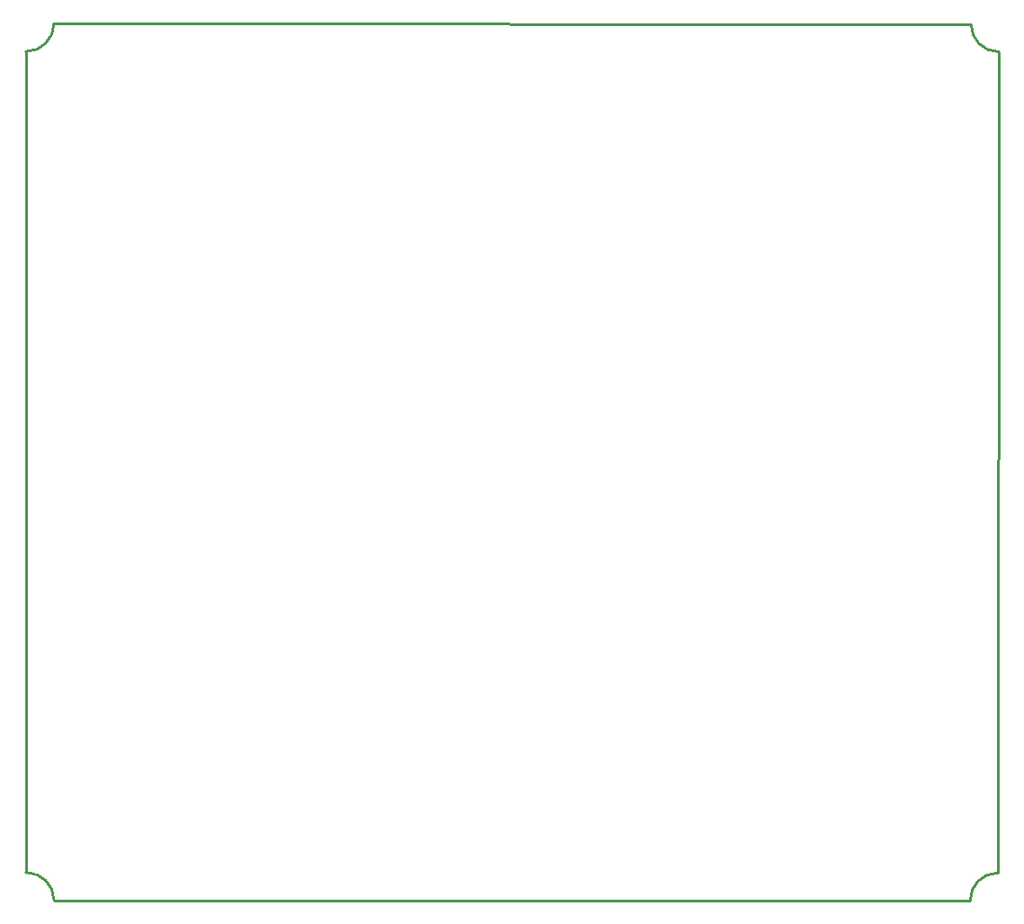
<source format=gko>
%FSLAX25Y25*%
%MOIN*%
G70*
G01*
G75*
G04 Layer_Color=16711935*
%ADD10C,0.01200*%
%ADD11C,0.02500*%
%ADD12C,0.05800*%
%ADD13R,0.05600X0.05600*%
%ADD14C,0.07087*%
%ADD15C,0.04724*%
%ADD16C,0.07874*%
%ADD17R,0.07874X0.07874*%
%ADD18C,0.05512*%
%ADD19R,0.09843X0.07087*%
%ADD20O,0.09843X0.07087*%
%ADD21C,0.07087*%
%ADD22R,0.05906X0.05906*%
%ADD23C,0.05906*%
%ADD24R,0.07874X0.07874*%
%ADD25R,0.04724X0.04724*%
%ADD26C,0.08200*%
%ADD27R,0.05906X0.05906*%
%ADD28R,0.09843X0.07874*%
%ADD29O,0.09843X0.07874*%
%ADD30C,0.05000*%
%ADD31C,0.06000*%
%ADD32C,0.01000*%
%ADD33C,0.00787*%
%ADD34C,0.00600*%
%ADD35C,0.00300*%
%ADD36C,0.00591*%
%ADD37C,0.06600*%
%ADD38R,0.06400X0.06400*%
%ADD39C,0.07887*%
%ADD40C,0.05524*%
%ADD41C,0.08674*%
%ADD42R,0.08674X0.08674*%
%ADD43C,0.06312*%
%ADD44R,0.10642X0.07887*%
%ADD45O,0.10642X0.07887*%
%ADD46C,0.07887*%
%ADD47R,0.06706X0.06706*%
%ADD48C,0.06706*%
%ADD49R,0.08674X0.08674*%
%ADD50R,0.05524X0.05524*%
%ADD51C,0.09000*%
%ADD52R,0.06706X0.06706*%
%ADD53R,0.10642X0.08674*%
%ADD54O,0.10642X0.08674*%
%ADD55C,0.06800*%
%ADD56C,0.00800*%
D32*
X12500Y277060D02*
G03*
X22940Y287500I0J10440D01*
G01*
X23000Y-37500D02*
G03*
X12488Y-26988I-10512J0D01*
G01*
X372308Y-27192D02*
G03*
X362000Y-37500I0J-10308D01*
G01*
X362376Y287124D02*
G03*
X372500Y277000I10124J0D01*
G01*
X12488Y-26988D02*
X12500Y277060D01*
X23000Y-37500D02*
X362000D01*
X372308Y-27192D02*
X372500Y277000D01*
X22940Y287500D02*
X362376Y287124D01*
M02*

</source>
